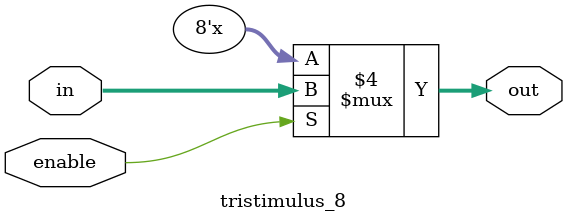
<source format=v>
module tristimulus_8
    (
        input wire [7:0] in,       // 输入信号
        input wire enable,   // 控制信号
        output reg [7:0] out      // 输出信号，使用reg类型
    );

    // 默认输出为高阻态
    initial
        out = 8'bzzzz_zzzz;

    always @(*) begin
        if (enable) begin
            out <= in;  // 使能时传递输入信号
        end
        else begin
            out<=8'bzzzz_zzzz;
        end
    end

endmodule
// module tristimulus(
// module tristimulus(
//     inout wire [7:0] in,  // 双向数据端 A
//     inout wire [7:0] out,  // 双向数据端 B
//     input wire enable  // 控制信号
// );

//     // 双向三态门逻辑
//     assign in = enable ? 8'bzzzz_zzzz : out;  // 当 control 为低电平时，data_a 传输 data_b 的值
//     assign out = enable ? 8'bzzzz_zzzz : in;  // 当 control 为高电平时，data_b 传输 data_a 的值

// endmodule

</source>
